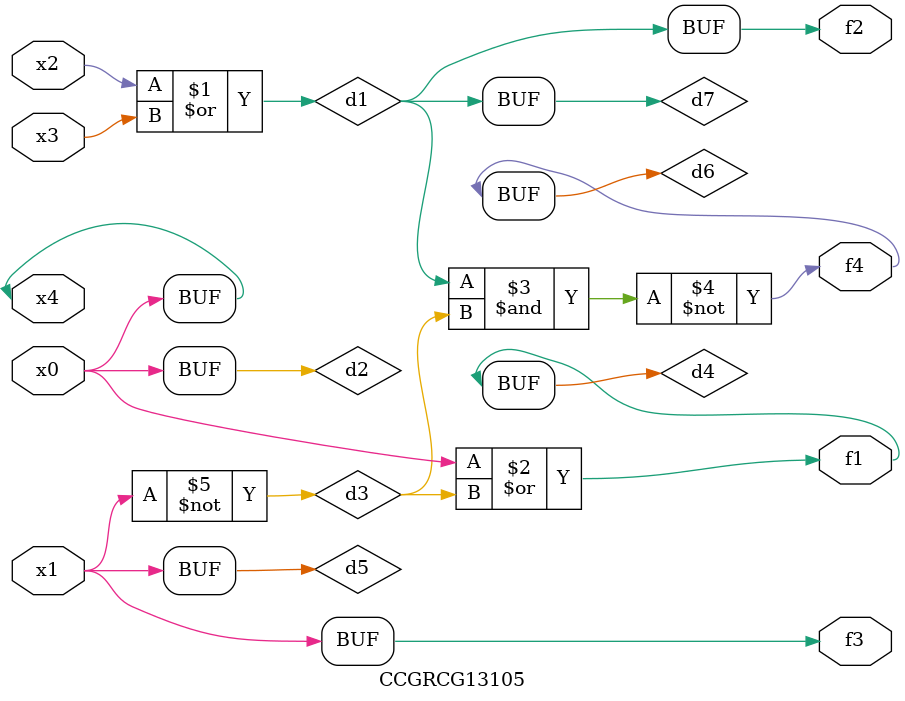
<source format=v>
module CCGRCG13105(
	input x0, x1, x2, x3, x4,
	output f1, f2, f3, f4
);

	wire d1, d2, d3, d4, d5, d6, d7;

	or (d1, x2, x3);
	buf (d2, x0, x4);
	not (d3, x1);
	or (d4, d2, d3);
	not (d5, d3);
	nand (d6, d1, d3);
	or (d7, d1);
	assign f1 = d4;
	assign f2 = d7;
	assign f3 = d5;
	assign f4 = d6;
endmodule

</source>
